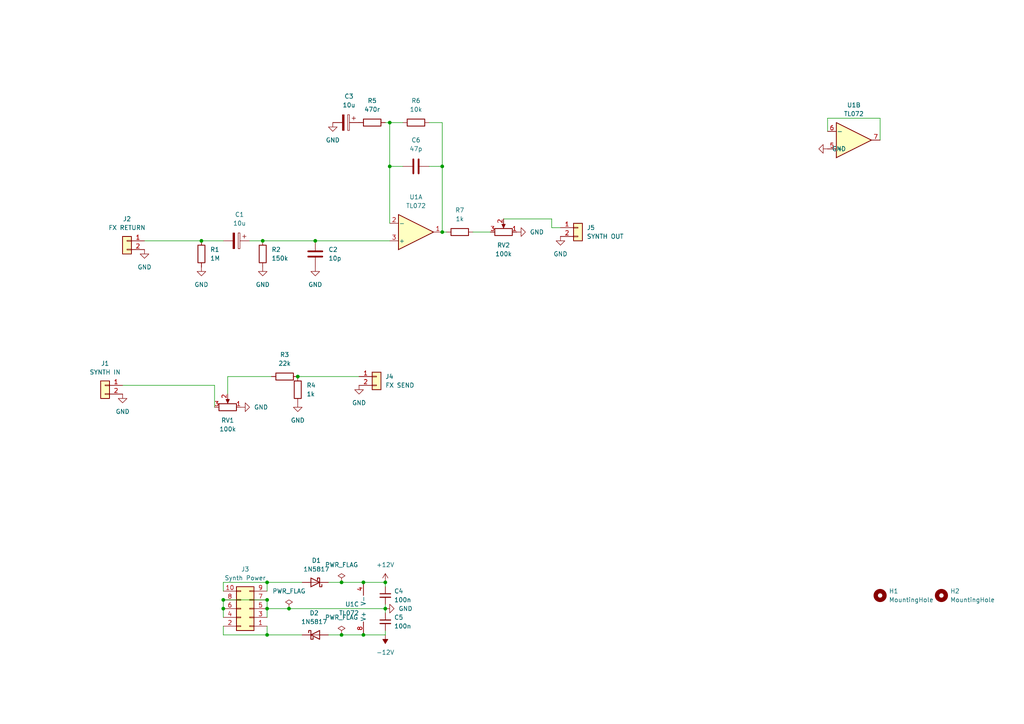
<source format=kicad_sch>
(kicad_sch (version 20211123) (generator eeschema)
  (paper "A4")
  (lib_symbols
    (symbol "Amplifier_Operational:TL072" (pin_names (offset 0.127))
      (property "Reference" "U" (at 0 5.08 0))
      (property "Value" "TL072" (at 0 -5.08 0))
      (symbol "TL072_1_1"
        (polyline (pts (xy -5.08 5.08) (xy 5.08 0) (xy -5.08 -5.08) (xy -5.08 5.08)) (stroke (width 0.254)) (fill (type background)))
        (pin output line (at 7.62 0 180) (length 2.54) (name "~") (number "1"))
        (pin input line (at -7.62 -2.54 0) (length 2.54) (name "-") (number "2"))
        (pin input line (at -7.62 2.54 0) (length 2.54) (name "+") (number "3"))
      )
      (symbol "TL072_2_1"
        (polyline (pts (xy -5.08 5.08) (xy 5.08 0) (xy -5.08 -5.08) (xy -5.08 5.08)) (stroke (width 0.254)) (fill (type background)))
        (pin input line (at -7.62 2.54 0) (length 2.54) (name "+") (number "5"))
        (pin input line (at -7.62 -2.54 0) (length 2.54) (name "-") (number "6"))
        (pin output line (at 7.62 0 180) (length 2.54) (name "~") (number "7"))
      )
      (symbol "TL072_3_1"
        (pin power_in line (at -2.54 -7.62 90) (length 3.81) (name "V-") (number "4"))
        (pin power_in line (at -2.54 7.62 270) (length 3.81) (name "V+") (number "8"))
      )
    )
    (symbol "Connector_Generic:Conn_01x02" (pin_names (offset 1.016) hide)
      (property "Reference" "J" (at 0 2.54 0))
      (property "Value" "Conn_01x02" (at 0 -5.08 0))
      (symbol "Conn_01x02_1_1"
        (rectangle (start -1.27 -2.413) (end 0 -2.667) (stroke (width 0.1524)))
        (rectangle (start -1.27 0.127) (end 0 -0.127) (stroke (width 0.1524)))
        (rectangle (start -1.27 1.27) (end 1.27 -3.81) (stroke (width 0.254)) (fill (type background)))
        (pin passive line (at -5.08 0 0) (length 3.81) (name "Pin_1") (number "1"))
        (pin passive line (at -5.08 -2.54 0) (length 3.81) (name "Pin_2") (number "2"))
      )
    )
    (symbol "Connector_Generic:Conn_02x05_Odd_Even" (pin_names (offset 1.016) hide)
      (property "Reference" "J" (at 1.27 7.62 0))
      (property "Value" "Conn_02x05_Odd_Even" (at 1.27 -7.62 0))
      (symbol "Conn_02x05_Odd_Even_1_1"
        (rectangle (start -1.27 -4.953) (end 0 -5.207) (stroke (width 0.1524)))
        (rectangle (start -1.27 -2.413) (end 0 -2.667) (stroke (width 0.1524)))
        (rectangle (start -1.27 0.127) (end 0 -0.127) (stroke (width 0.1524)))
        (rectangle (start -1.27 2.667) (end 0 2.413) (stroke (width 0.1524)))
        (rectangle (start -1.27 5.207) (end 0 4.953) (stroke (width 0.1524)))
        (rectangle (start -1.27 6.35) (end 3.81 -6.35) (stroke (width 0.254)) (fill (type background)))
        (rectangle (start 3.81 -4.953) (end 2.54 -5.207) (stroke (width 0.1524)))
        (rectangle (start 3.81 -2.413) (end 2.54 -2.667) (stroke (width 0.1524)))
        (rectangle (start 3.81 0.127) (end 2.54 -0.127) (stroke (width 0.1524)))
        (rectangle (start 3.81 2.667) (end 2.54 2.413) (stroke (width 0.1524)))
        (rectangle (start 3.81 5.207) (end 2.54 4.953) (stroke (width 0.1524)))
        (pin passive line (at -5.08 5.08 0) (length 3.81) (name "Pin_1") (number "1"))
        (pin passive line (at 7.62 -5.08 180) (length 3.81) (name "Pin_10") (number "10"))
        (pin passive line (at 7.62 5.08 180) (length 3.81) (name "Pin_2") (number "2"))
        (pin passive line (at -5.08 2.54 0) (length 3.81) (name "Pin_3") (number "3"))
        (pin passive line (at 7.62 2.54 180) (length 3.81) (name "Pin_4") (number "4"))
        (pin passive line (at -5.08 0 0) (length 3.81) (name "Pin_5") (number "5"))
        (pin passive line (at 7.62 0 180) (length 3.81) (name "Pin_6") (number "6"))
        (pin passive line (at -5.08 -2.54 0) (length 3.81) (name "Pin_7") (number "7"))
        (pin passive line (at 7.62 -2.54 180) (length 3.81) (name "Pin_8") (number "8"))
        (pin passive line (at -5.08 -5.08 0) (length 3.81) (name "Pin_9") (number "9"))
      )
    )
    (symbol "Device:C" (pin_numbers hide) (pin_names (offset 0.254))
      (property "Reference" "C" (at 0.635 2.54 0))
      (property "Value" "C" (at 0.635 -2.54 0))
      (symbol "C_0_1"
        (polyline (pts (xy -2.032 -0.762) (xy 2.032 -0.762)) (stroke (width 0.508)))
        (polyline (pts (xy -2.032 0.762) (xy 2.032 0.762)) (stroke (width 0.508)))
      )
      (symbol "C_1_1"
        (pin passive line (at 0 3.81 270) (length 2.794) (name "~") (number "1"))
        (pin passive line (at 0 -3.81 90) (length 2.794) (name "~") (number "2"))
      )
    )
    (symbol "Device:C_Polarized" (pin_numbers hide) (pin_names (offset 0.254))
      (property "Reference" "C" (at 0.635 2.54 0))
      (property "Value" "C_Polarized" (at 0.635 -2.54 0))
      (symbol "C_Polarized_0_1"
        (rectangle (start -2.286 0.508) (end 2.286 1.016))
        (polyline (pts (xy -1.778 2.286) (xy -0.762 2.286)))
        (polyline (pts (xy -1.27 2.794) (xy -1.27 1.778)))
        (rectangle (start 2.286 -0.508) (end -2.286 -1.016) (fill (type outline)))
      )
      (symbol "C_Polarized_1_1"
        (pin passive line (at 0 3.81 270) (length 2.794) (name "~") (number "1"))
        (pin passive line (at 0 -3.81 90) (length 2.794) (name "~") (number "2"))
      )
    )
    (symbol "Device:C_Small" (pin_numbers hide) (pin_names (offset 0.254) hide)
      (property "Reference" "C" (at 0.254 1.778 0))
      (property "Value" "C_Small" (at 0.254 -2.032 0))
      (symbol "C_Small_0_1"
        (polyline (pts (xy -1.524 -0.508) (xy 1.524 -0.508)) (stroke (width 0.3302)))
        (polyline (pts (xy -1.524 0.508) (xy 1.524 0.508)) (stroke (width 0.3048)))
      )
      (symbol "C_Small_1_1"
        (pin passive line (at 0 2.54 270) (length 2.032) (name "~") (number "1"))
        (pin passive line (at 0 -2.54 90) (length 2.032) (name "~") (number "2"))
      )
    )
    (symbol "Device:R" (pin_numbers hide) (pin_names (offset 0))
      (property "Reference" "R" (at 2.032 0 90))
      (property "Value" "R" (at 0 0 90))
      (symbol "R_0_1"
        (rectangle (start -1.016 -2.54) (end 1.016 2.54) (stroke (width 0.254)))
      )
      (symbol "R_1_1"
        (pin passive line (at 0 3.81 270) (length 1.27) (name "~") (number "1"))
        (pin passive line (at 0 -3.81 90) (length 1.27) (name "~") (number "2"))
      )
    )
    (symbol "Device:R_Potentiometer" (pin_names (offset 1.016) hide)
      (property "Reference" "RV" (at -4.445 0 90))
      (property "Value" "R_Potentiometer" (at -2.54 0 90))
      (symbol "R_Potentiometer_0_1"
        (polyline (pts (xy 2.54 0) (xy 1.524 0)))
        (polyline (pts (xy 1.143 0) (xy 2.286 0.508) (xy 2.286 -0.508) (xy 1.143 0)) (fill (type outline)))
        (rectangle (start 1.016 2.54) (end -1.016 -2.54) (stroke (width 0.254)))
      )
      (symbol "R_Potentiometer_1_1"
        (pin passive line (at 0 3.81 270) (length 1.27) (name "1") (number "1"))
        (pin passive line (at 3.81 0 180) (length 1.27) (name "2") (number "2"))
        (pin passive line (at 0 -3.81 90) (length 1.27) (name "3") (number "3"))
      )
    )
    (symbol "Diode:1N5817" (pin_numbers hide) (pin_names (offset 1.016) hide)
      (property "Reference" "D" (at 0 2.54 0))
      (property "Value" "1N5817" (at 0 -2.54 0))
      (symbol "1N5817_0_1"
        (polyline (pts (xy 1.27 0) (xy -1.27 0)))
        (polyline (pts (xy 1.27 1.27) (xy 1.27 -1.27) (xy -1.27 0) (xy 1.27 1.27)) (stroke (width 0.254)))
        (polyline (pts (xy -1.905 0.635) (xy -1.905 1.27) (xy -1.27 1.27) (xy -1.27 -1.27) (xy -0.635 -1.27) (xy -0.635 -0.635)) (stroke (width 0.254)))
      )
      (symbol "1N5817_1_1"
        (pin passive line (at -3.81 0 0) (length 2.54) (name "K") (number "1"))
        (pin passive line (at 3.81 0 180) (length 2.54) (name "A") (number "2"))
      )
    )
    (symbol "Mechanical:MountingHole" (pin_names (offset 1.016))
      (property "Reference" "H" (at 0 5.08 0))
      (property "Value" "MountingHole" (at 0 3.175 0))
      (symbol "MountingHole_0_1"
        (circle (center 0 0) (radius 1.27) (stroke (width 1.27)))
      )
    )
    (symbol "power:+12V" (power) (pin_names (offset 0))
      (property "Value" "+12V" (at 0 3.556 0))
      (symbol "+12V_0_1"
        (polyline (pts (xy -0.762 1.27) (xy 0 2.54)))
        (polyline (pts (xy 0 0) (xy 0 2.54)))
        (polyline (pts (xy 0 2.54) (xy 0.762 1.27)))
      )
      (symbol "+12V_1_1"
        (pin power_in line (at 0 0 90) (length 0) hide (name "+12V") (number "1"))
      )
    )
    (symbol "power:-12V" (power) (pin_names (offset 0))
      (property "Value" "-12V" (at 0 3.81 0))
      (symbol "-12V_0_0"
        (pin power_in line (at 0 0 90) (length 0) hide (name "-12V") (number "1"))
      )
      (symbol "-12V_0_1"
        (polyline (pts (xy 0 0) (xy 0 1.27) (xy 0.762 1.27) (xy 0 2.54) (xy -0.762 1.27) (xy 0 1.27)) (fill (type outline)))
      )
    )
    (symbol "power:GND" (power) (pin_names (offset 0))
      (property "Value" "GND" (at 0 -3.81 0))
      (symbol "GND_0_1"
        (polyline (pts (xy 0 0) (xy 0 -1.27) (xy 1.27 -1.27) (xy 0 -2.54) (xy -1.27 -1.27) (xy 0 -1.27)))
      )
      (symbol "GND_1_1"
        (pin power_in line (at 0 0 270) (length 0) hide (name "GND") (number "1"))
      )
    )
    (symbol "power:PWR_FLAG" (power) (pin_numbers hide) (pin_names (offset 0) hide)
      (property "Value" "PWR_FLAG" (at 0 3.81 0))
      (symbol "PWR_FLAG_0_0"
        (pin power_out line (at 0 0 90) (length 0) (name "pwr") (number "1"))
      )
      (symbol "PWR_FLAG_0_1"
        (polyline (pts (xy 0 0) (xy 0 1.27) (xy -1.016 1.905) (xy 0 2.54) (xy 1.016 1.905) (xy 0 1.27)))
      )
    )
  )
  (junction (at 77.47 173.99))
  (junction (at 77.47 184.15))
  (junction (at 83.82 176.53))
  (junction (at 86.36 109.22))
  (junction (at 113.03 35.56))
  (junction (at 105.41 184.15))
  (junction (at 128.27 48.26))
  (junction (at 128.27 67.31))
  (junction (at 64.77 173.99))
  (junction (at 99.06 168.91))
  (junction (at 58.42 69.85))
  (junction (at 99.06 184.15))
  (junction (at 111.76 168.91))
  (junction (at 91.44 69.85))
  (junction (at 77.47 168.91))
  (junction (at 77.47 176.53))
  (junction (at 76.2 69.85))
  (junction (at 111.76 176.53))
  (junction (at 105.41 168.91))
  (junction (at 113.03 48.26))
  (junction (at 64.77 176.53))
  (wire (pts (xy 77.47 176.53) (xy 83.82 176.53)))
  (wire (pts (xy 64.77 173.99) (xy 64.77 176.53)))
  (wire (pts (xy 77.47 176.53) (xy 77.47 179.07)))
  (wire (pts (xy 111.76 35.56) (xy 113.03 35.56)))
  (wire (pts (xy 146.05 63.5) (xy 160.02 63.5)))
  (wire (pts (xy 72.39 69.85) (xy 76.2 69.85)))
  (wire (pts (xy 66.04 109.22) (xy 78.74 109.22)))
  (wire (pts (xy 113.03 48.26) (xy 116.84 48.26)))
  (wire (pts (xy 95.25 184.15) (xy 99.06 184.15)))
  (wire (pts (xy 58.42 69.85) (xy 64.77 69.85)))
  (wire (pts (xy 111.76 176.53) (xy 111.76 177.8)))
  (wire (pts (xy 77.47 181.61) (xy 77.47 184.15)))
  (wire (pts (xy 77.47 184.15) (xy 64.77 184.15)))
  (wire (pts (xy 124.46 35.56) (xy 128.27 35.56)))
  (wire (pts (xy 95.25 168.91) (xy 99.06 168.91)))
  (wire (pts (xy 128.27 48.26) (xy 128.27 67.31)))
  (wire (pts (xy 111.76 170.18) (xy 111.76 168.91)))
  (wire (pts (xy 128.27 35.56) (xy 128.27 48.26)))
  (wire (pts (xy 35.56 111.76) (xy 62.23 111.76)))
  (wire (pts (xy 124.46 48.26) (xy 128.27 48.26)))
  (wire (pts (xy 160.02 63.5) (xy 160.02 66.04)))
  (wire (pts (xy 76.2 69.85) (xy 91.44 69.85)))
  (wire (pts (xy 113.03 35.56) (xy 113.03 48.26)))
  (wire (pts (xy 64.77 173.99) (xy 77.47 173.99)))
  (wire (pts (xy 113.03 64.77) (xy 113.03 48.26)))
  (wire (pts (xy 113.03 35.56) (xy 116.84 35.56)))
  (wire (pts (xy 111.76 184.15) (xy 105.41 184.15)))
  (wire (pts (xy 77.47 168.91) (xy 77.47 171.45)))
  (wire (pts (xy 64.77 176.53) (xy 64.77 179.07)))
  (wire (pts (xy 77.47 173.99) (xy 77.47 176.53)))
  (wire (pts (xy 128.27 67.31) (xy 129.54 67.31)))
  (wire (pts (xy 83.82 176.53) (xy 111.76 176.53)))
  (wire (pts (xy 86.36 109.22) (xy 104.14 109.22)))
  (wire (pts (xy 111.76 175.26) (xy 111.76 176.53)))
  (wire (pts (xy 160.02 66.04) (xy 162.56 66.04)))
  (wire (pts (xy 77.47 184.15) (xy 87.63 184.15)))
  (wire (pts (xy 99.06 184.15) (xy 105.41 184.15)))
  (wire (pts (xy 99.06 168.91) (xy 105.41 168.91)))
  (wire (pts (xy 91.44 69.85) (xy 113.03 69.85)))
  (wire (pts (xy 240.03 38.1) (xy 240.03 34.29)))
  (wire (pts (xy 111.76 168.91) (xy 105.41 168.91)))
  (wire (pts (xy 64.77 171.45) (xy 64.77 168.91)))
  (wire (pts (xy 62.23 111.76) (xy 62.23 118.11)))
  (wire (pts (xy 111.76 182.88) (xy 111.76 184.15)))
  (wire (pts (xy 41.91 69.85) (xy 58.42 69.85)))
  (wire (pts (xy 255.27 34.29) (xy 255.27 40.64)))
  (wire (pts (xy 66.04 114.3) (xy 66.04 109.22)))
  (wire (pts (xy 64.77 168.91) (xy 77.47 168.91)))
  (wire (pts (xy 137.16 67.31) (xy 142.24 67.31)))
  (wire (pts (xy 77.47 168.91) (xy 87.63 168.91)))
  (wire (pts (xy 64.77 184.15) (xy 64.77 181.61)))
  (wire (pts (xy 240.03 34.29) (xy 255.27 34.29)))
  (symbol (lib_id "power:GND") (at 35.56 114.3 0) (unit 1)
    (property "Reference" "#PWR01" (effects hide))
    (property "Value" "GND" (at 35.56 119.38 0))
  )
  (symbol (lib_id "power:GND") (at 149.86 67.31 90) (unit 1)
    (property "Reference" "#PWR012" (effects hide))
    (property "Value" "GND" (at 153.67 67.3099 90) (effects (justify right)))
  )
  (symbol (lib_id "Mechanical:MountingHole") (at 255.27 172.72 0) (unit 1)
    (property "Reference" "H1" (at 257.81 171.4499 0) (effects (justify left)))
    (property "Value" "MountingHole" (at 257.81 173.9899 0) (effects (justify left)))
    (property "Footprint" "MountingHole:MountingHole_3.2mm_M3" (effects hide))
  )
  (symbol (lib_id "Connector_Generic:Conn_01x02") (at 109.22 109.22 0) (unit 1)
    (property "Reference" "J4" (at 111.76 109.2199 0) (effects (justify left)))
    (property "Value" "FX SEND" (at 111.76 111.7599 0) (effects (justify left)))
    (property "Footprint" "Connector_PinHeader_2.54mm:PinHeader_1x02_P2.54mm_Vertical" (effects hide))
  )
  (symbol (lib_id "power:PWR_FLAG") (at 99.06 184.15 0) (unit 1)
    (property "Reference" "#FLG0102" (effects hide))
    (property "Value" "PWR_FLAG" (at 99.06 179.07 0))
  )
  (symbol (lib_id "Device:C") (at 120.65 48.26 90) (unit 1)
    (property "Reference" "C6" (at 120.65 40.64 90))
    (property "Value" "47p" (at 120.65 43.18 90))
    (property "Footprint" "Sonosus:C_Rect_L7.0mm_W2.5mm_P5.00mm" (effects hide))
  )
  (symbol (lib_id "Device:R") (at 76.2 73.66 180) (unit 1)
    (property "Reference" "R2" (at 78.74 72.3899 0) (effects (justify right)))
    (property "Value" "150k" (at 78.74 74.9299 0) (effects (justify right)))
    (property "Footprint" "Sonosus:R_Axial_DIN0207_L6.3mm_D2.5mm_P7.62mm_Horizontal" (effects hide))
  )
  (symbol (lib_id "Device:C") (at 91.44 73.66 0) (unit 1)
    (property "Reference" "C2" (at 95.25 72.3899 0) (effects (justify left)))
    (property "Value" "10p" (at 95.25 74.9299 0) (effects (justify left)))
    (property "Footprint" "Sonosus:C_Rect_L7.0mm_W2.5mm_P5.00mm" (effects hide))
  )
  (symbol (lib_id "power:GND") (at 86.36 116.84 0) (unit 1)
    (property "Reference" "#PWR06" (effects hide))
    (property "Value" "GND" (at 86.36 121.92 0))
  )
  (symbol (lib_id "Connector_Generic:Conn_02x05_Odd_Even") (at 72.39 176.53 180) (unit 1)
    (property "Reference" "J3" (at 71.12 165.1 0))
    (property "Value" "Synth Power" (at 71.12 167.64 0))
    (property "Footprint" "Sonosus:Power_Header" (effects hide))
  )
  (symbol (lib_id "power:GND") (at 104.14 111.76 0) (unit 1)
    (property "Reference" "#PWR09" (effects hide))
    (property "Value" "GND" (at 104.14 116.84 0))
  )
  (symbol (lib_id "power:GND") (at 162.56 68.58 0) (unit 1)
    (property "Reference" "#PWR013" (effects hide))
    (property "Value" "GND" (at 162.56 73.66 0))
  )
  (symbol (lib_id "Device:C_Small") (at 111.76 180.34 0) (unit 1)
    (property "Reference" "C5" (at 114.3 179.0762 0) (effects (justify left)))
    (property "Value" "100n" (at 114.3 181.6162 0) (effects (justify left)))
    (property "Footprint" "Sonosus:C_Disc_D3.0mm_W2.0mm_P2.50mm" (effects hide))
  )
  (symbol (lib_id "Device:C_Small") (at 111.76 172.72 0) (unit 1)
    (property "Reference" "C4" (at 114.3 171.4562 0) (effects (justify left)))
    (property "Value" "100n" (at 114.3 173.9962 0) (effects (justify left)))
    (property "Footprint" "Sonosus:C_Disc_D3.0mm_W2.0mm_P2.50mm" (effects hide))
  )
  (symbol (lib_id "Device:R") (at 82.55 109.22 90) (unit 1)
    (property "Reference" "R3" (at 82.55 102.87 90))
    (property "Value" "22k" (at 82.55 105.41 90))
    (property "Footprint" "Sonosus:R_Axial_DIN0207_L6.3mm_D2.5mm_P7.62mm_Horizontal" (effects hide))
  )
  (symbol (lib_id "Amplifier_Operational:TL072") (at 247.65 40.64 0) (mirror x) (unit 2)
    (property "Reference" "U1" (at 247.65 30.48 0))
    (property "Value" "TL072" (at 247.65 33.02 0))
    (property "Footprint" "Sonosus:DIP-8_W7.62mm_Socket_LongPads" (effects hide))
    (property "Datasheet" "http://www.ti.com/lit/ds/symlink/tl071.pdf" (effects hide))
  )
  (symbol (lib_id "Connector_Generic:Conn_01x02") (at 36.83 69.85 0) (mirror y) (unit 1)
    (property "Reference" "J2" (at 36.83 63.5 0))
    (property "Value" "FX RETURN" (at 36.83 66.04 0))
    (property "Footprint" "Connector_PinHeader_2.54mm:PinHeader_1x02_P2.54mm_Vertical" (effects hide))
  )
  (symbol (lib_id "Mechanical:MountingHole") (at 273.05 172.72 0) (unit 1)
    (property "Reference" "H2" (at 275.59 171.4499 0) (effects (justify left)))
    (property "Value" "MountingHole" (at 275.59 173.9899 0) (effects (justify left)))
    (property "Footprint" "MountingHole:MountingHole_3.2mm_M3" (effects hide))
  )
  (symbol (lib_id "power:GND") (at 240.03 43.18 270) (unit 1)
    (property "Reference" "#PWR014" (effects hide))
    (property "Value" "GND" (at 241.3 43.1799 90) (effects (justify left)))
  )
  (symbol (lib_id "power:GND") (at 76.2 77.47 0) (unit 1)
    (property "Reference" "#PWR05" (effects hide))
    (property "Value" "GND" (at 76.2 82.55 0))
  )
  (symbol (lib_id "Device:R_Potentiometer") (at 146.05 67.31 270) (mirror x) (unit 1)
    (property "Reference" "RV2" (at 146.05 71.12 90))
    (property "Value" "100k" (at 146.05 73.66 90))
    (property "Footprint" "Connector_PinHeader_2.54mm:PinHeader_1x03_P2.54mm_Vertical" (effects hide))
  )
  (symbol (lib_id "Device:R") (at 107.95 35.56 270) (unit 1)
    (property "Reference" "R5" (at 107.95 29.21 90))
    (property "Value" "470r" (at 107.95 31.75 90))
    (property "Footprint" "Sonosus:R_Axial_DIN0207_L6.3mm_D2.5mm_P7.62mm_Horizontal" (effects hide))
  )
  (symbol (lib_id "power:GND") (at 96.52 35.56 0) (unit 1)
    (property "Reference" "#PWR08" (effects hide))
    (property "Value" "GND" (at 96.52 40.64 0))
  )
  (symbol (lib_id "Diode:1N5817") (at 91.44 168.91 180) (unit 1)
    (property "Reference" "D1" (at 91.7575 162.56 0))
    (property "Value" "1N5817" (at 91.7575 165.1 0))
    (property "Footprint" "Diode_THT:D_DO-41_SOD81_P10.16mm_Horizontal" (effects hide))
    (property "Datasheet" "http://www.vishay.com/docs/88525/1n5817.pdf" (effects hide))
  )
  (symbol (lib_id "power:GND") (at 41.91 72.39 0) (unit 1)
    (property "Reference" "#PWR02" (effects hide))
    (property "Value" "GND" (at 41.91 77.47 0))
  )
  (symbol (lib_id "Device:R") (at 58.42 73.66 180) (unit 1)
    (property "Reference" "R1" (at 60.96 72.3899 0) (effects (justify right)))
    (property "Value" "1M" (at 60.96 74.9299 0) (effects (justify right)))
    (property "Footprint" "Sonosus:R_Axial_DIN0207_L6.3mm_D2.5mm_P7.62mm_Horizontal" (effects hide))
  )
  (symbol (lib_id "Amplifier_Operational:TL072") (at 120.65 67.31 0) (mirror x) (unit 1)
    (property "Reference" "U1" (at 120.65 57.15 0))
    (property "Value" "TL072" (at 120.65 59.69 0))
    (property "Footprint" "Sonosus:DIP-8_W7.62mm_Socket_LongPads" (effects hide))
    (property "Datasheet" "http://www.ti.com/lit/ds/symlink/tl071.pdf" (effects hide))
  )
  (symbol (lib_id "power:GND") (at 91.44 77.47 0) (unit 1)
    (property "Reference" "#PWR07" (effects hide))
    (property "Value" "GND" (at 91.44 82.55 0))
  )
  (symbol (lib_id "Device:R") (at 133.35 67.31 270) (unit 1)
    (property "Reference" "R7" (at 133.35 60.96 90))
    (property "Value" "1k" (at 133.35 63.5 90))
    (property "Footprint" "Sonosus:R_Axial_DIN0207_L6.3mm_D2.5mm_P7.62mm_Horizontal" (effects hide))
  )
  (symbol (lib_id "power:PWR_FLAG") (at 83.82 176.53 0) (unit 1)
    (property "Reference" "#FLG0103" (effects hide))
    (property "Value" "PWR_FLAG" (at 83.82 171.45 0))
  )
  (symbol (lib_id "power:+12V") (at 111.76 168.91 0) (unit 1)
    (property "Reference" "#PWR010" (effects hide))
    (property "Value" "+12V" (at 111.76 163.83 0))
  )
  (symbol (lib_id "power:GND") (at 58.42 77.47 0) (unit 1)
    (property "Reference" "#PWR03" (effects hide))
    (property "Value" "GND" (at 58.42 82.55 0))
  )
  (symbol (lib_id "Device:C_Polarized") (at 68.58 69.85 270) (unit 1)
    (property "Reference" "C1" (at 69.469 62.23 90))
    (property "Value" "10u" (at 69.469 64.77 90))
    (property "Footprint" "Sonosus:CP_Radial_D5.0mm_P2.00mm" (effects hide))
  )
  (symbol (lib_id "power:PWR_FLAG") (at 99.06 168.91 0) (unit 1)
    (property "Reference" "#FLG0101" (effects hide))
    (property "Value" "PWR_FLAG" (at 99.06 163.83 0))
  )
  (symbol (lib_id "Connector_Generic:Conn_01x02") (at 30.48 111.76 0) (mirror y) (unit 1)
    (property "Reference" "J1" (at 30.48 105.41 0))
    (property "Value" "SYNTH IN" (at 30.48 107.95 0))
    (property "Footprint" "Connector_PinHeader_2.54mm:PinHeader_1x02_P2.54mm_Vertical" (effects hide))
  )
  (symbol (lib_id "power:GND") (at 69.85 118.11 90) (unit 1)
    (property "Reference" "#PWR04" (effects hide))
    (property "Value" "GND" (at 73.66 118.1099 90) (effects (justify right)))
  )
  (symbol (lib_id "power:-12V") (at 111.76 184.15 180) (unit 1)
    (property "Reference" "#PWR011" (effects hide))
    (property "Value" "-12V" (at 111.76 189.23 0))
  )
  (symbol (lib_id "Diode:1N5817") (at 91.44 184.15 0) (unit 1)
    (property "Reference" "D2" (at 91.1225 177.8 0))
    (property "Value" "1N5817" (at 91.1225 180.34 0))
    (property "Footprint" "Diode_THT:D_DO-41_SOD81_P10.16mm_Horizontal" (effects hide))
    (property "Datasheet" "http://www.vishay.com/docs/88525/1n5817.pdf" (effects hide))
  )
  (symbol (lib_id "Amplifier_Operational:TL072") (at 107.95 176.53 0) (mirror x) (unit 3)
    (property "Reference" "U1" (at 104.14 175.2599 0) (effects (justify right)))
    (property "Value" "TL072" (at 104.14 177.7999 0) (effects (justify right)))
    (property "Footprint" "Sonosus:DIP-8_W7.62mm_Socket_LongPads" (effects hide))
    (property "Datasheet" "http://www.ti.com/lit/ds/symlink/tl071.pdf" (effects hide))
  )
  (symbol (lib_id "Device:R") (at 86.36 113.03 180) (unit 1)
    (property "Reference" "R4" (at 88.9 111.7599 0) (effects (justify right)))
    (property "Value" "1k" (at 88.9 114.2999 0) (effects (justify right)))
    (property "Footprint" "Sonosus:R_Axial_DIN0207_L6.3mm_D2.5mm_P7.62mm_Horizontal" (effects hide))
  )
  (symbol (lib_id "power:GND") (at 111.76 176.53 90) (unit 1)
    (property "Reference" "#PWR0101" (effects hide))
    (property "Value" "GND" (at 115.57 176.5299 90) (effects (justify right)))
  )
  (symbol (lib_id "Connector_Generic:Conn_01x02") (at 167.64 66.04 0) (unit 1)
    (property "Reference" "J5" (at 170.18 66.0399 0) (effects (justify left)))
    (property "Value" "SYNTH OUT" (at 170.18 68.5799 0) (effects (justify left)))
    (property "Footprint" "Connector_PinHeader_2.54mm:PinHeader_1x02_P2.54mm_Vertical" (effects hide))
  )
  (symbol (lib_id "Device:C_Polarized") (at 100.33 35.56 270) (unit 1)
    (property "Reference" "C3" (at 101.219 27.94 90))
    (property "Value" "10u" (at 101.219 30.48 90))
    (property "Footprint" "Sonosus:CP_Radial_D5.0mm_P2.00mm" (effects hide))
  )
  (symbol (lib_id "Device:R_Potentiometer") (at 66.04 118.11 270) (mirror x) (unit 1)
    (property "Reference" "RV1" (at 66.04 121.92 90))
    (property "Value" "100k" (at 66.04 124.46 90))
    (property "Footprint" "Connector_PinHeader_2.54mm:PinHeader_1x03_P2.54mm_Vertical" (effects hide))
  )
  (symbol (lib_id "Device:R") (at 120.65 35.56 270) (unit 1)
    (property "Reference" "R6" (at 120.65 29.21 90))
    (property "Value" "10k" (at 120.65 31.75 90))
    (property "Footprint" "Sonosus:R_Axial_DIN0207_L6.3mm_D2.5mm_P7.62mm_Horizontal" (effects hide))
  )
)
</source>
